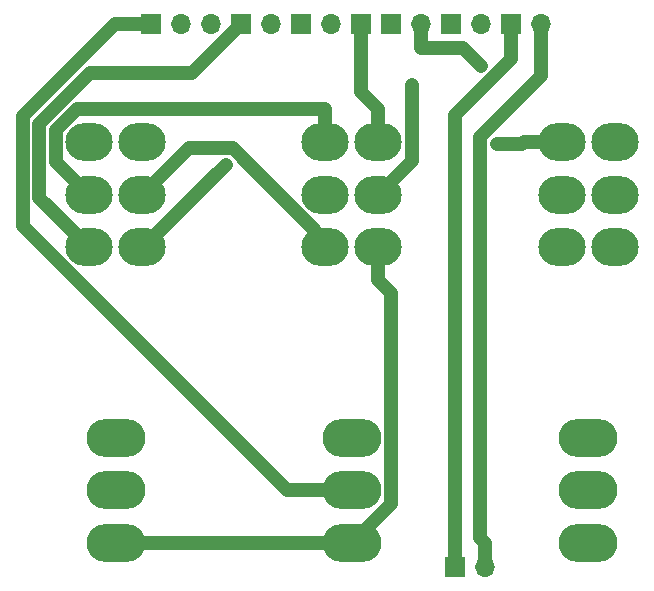
<source format=gtl>
G04 #@! TF.GenerationSoftware,KiCad,Pcbnew,5.1.10*
G04 #@! TF.CreationDate,2021-05-19T15:42:40-05:00*
G04 #@! TF.ProjectId,Power Board,506f7765-7220-4426-9f61-72642e6b6963,rev?*
G04 #@! TF.SameCoordinates,Original*
G04 #@! TF.FileFunction,Copper,L1,Top*
G04 #@! TF.FilePolarity,Positive*
%FSLAX46Y46*%
G04 Gerber Fmt 4.6, Leading zero omitted, Abs format (unit mm)*
G04 Created by KiCad (PCBNEW 5.1.10) date 2021-05-19 15:42:40*
%MOMM*%
%LPD*%
G01*
G04 APERTURE LIST*
G04 #@! TA.AperFunction,ComponentPad*
%ADD10O,4.000000X3.200000*%
G04 #@! TD*
G04 #@! TA.AperFunction,ComponentPad*
%ADD11O,5.000000X3.200000*%
G04 #@! TD*
G04 #@! TA.AperFunction,ComponentPad*
%ADD12O,1.700000X1.700000*%
G04 #@! TD*
G04 #@! TA.AperFunction,ComponentPad*
%ADD13R,1.700000X1.700000*%
G04 #@! TD*
G04 #@! TA.AperFunction,ViaPad*
%ADD14C,0.800000*%
G04 #@! TD*
G04 #@! TA.AperFunction,Conductor*
%ADD15C,1.200000*%
G04 #@! TD*
G04 APERTURE END LIST*
D10*
X45250000Y-136050000D03*
X45250000Y-140500000D03*
X45250000Y-144950000D03*
X49750000Y-140500000D03*
X49750000Y-144950000D03*
X49750000Y-136050000D03*
X69750000Y-144950000D03*
X69750000Y-140500000D03*
X69750000Y-136050000D03*
X65250000Y-140500000D03*
X65250000Y-136050000D03*
X65250000Y-144950000D03*
D11*
X67500000Y-169950000D03*
X67500000Y-165500000D03*
X67500000Y-161050000D03*
X47500000Y-169950000D03*
X47500000Y-165500000D03*
X47500000Y-161050000D03*
D12*
X55580000Y-126000000D03*
X53040000Y-126000000D03*
D13*
X50500000Y-126000000D03*
D12*
X65740000Y-126000000D03*
D13*
X63200000Y-126000000D03*
D12*
X73360000Y-126000000D03*
D13*
X70820000Y-126000000D03*
D11*
X87500000Y-169950000D03*
X87500000Y-165500000D03*
X87500000Y-161050000D03*
D10*
X89750000Y-144950000D03*
X89750000Y-140500000D03*
X89750000Y-136050000D03*
X85250000Y-140500000D03*
X85250000Y-136050000D03*
X85250000Y-144950000D03*
D12*
X83520000Y-126000000D03*
D13*
X80980000Y-126000000D03*
D12*
X78440000Y-126000000D03*
D13*
X75900000Y-126000000D03*
X68280000Y-126000000D03*
D12*
X60660000Y-126000000D03*
D13*
X58120000Y-126000000D03*
D12*
X78790000Y-172000000D03*
D13*
X76250000Y-172000000D03*
D14*
X56830100Y-137957700D03*
X72571700Y-131219200D03*
X78440000Y-129555100D03*
X79756300Y-136207600D03*
D15*
X49837800Y-144950000D02*
X49750000Y-144950000D01*
X56830100Y-137957700D02*
X49837800Y-144950000D01*
X41031900Y-140731900D02*
X45250000Y-144950000D01*
X53947300Y-130172700D02*
X45321000Y-130172700D01*
X41031900Y-134461800D02*
X41031900Y-140731900D01*
X58120000Y-126000000D02*
X53947300Y-130172700D01*
X45321000Y-130172700D02*
X41031900Y-134461800D01*
X68280000Y-131780000D02*
X69750000Y-133250000D01*
X68280000Y-126000000D02*
X68280000Y-131780000D01*
X69750000Y-136050000D02*
X69750000Y-133250000D01*
X72571700Y-137678300D02*
X69750000Y-140500000D01*
X72571700Y-131219200D02*
X72571700Y-137678300D01*
X73360000Y-128050000D02*
X76934900Y-128050000D01*
X76934900Y-128050000D02*
X78440000Y-129555100D01*
X73360000Y-126000000D02*
X73360000Y-128050000D01*
X47459800Y-126000000D02*
X39626300Y-133833500D01*
X50500000Y-126000000D02*
X48450000Y-126000000D01*
X39626300Y-133833500D02*
X39626300Y-143129100D01*
X48450000Y-126000000D02*
X47459800Y-126000000D01*
X61997200Y-165500000D02*
X67500000Y-165500000D01*
X39626300Y-143129100D02*
X61997200Y-165500000D01*
X78790000Y-172000000D02*
X78790000Y-169950000D01*
X78356000Y-169516000D02*
X78790000Y-169950000D01*
X83520000Y-130463600D02*
X78356000Y-135627600D01*
X78356000Y-135627600D02*
X78356000Y-169516000D01*
X83520000Y-126000000D02*
X83520000Y-130463600D01*
X80980000Y-128995500D02*
X80980000Y-128050000D01*
X76250000Y-172000000D02*
X76250000Y-133725500D01*
X80980000Y-126000000D02*
X80980000Y-128050000D01*
X76250000Y-133725500D02*
X80980000Y-128995500D01*
X65250000Y-136050000D02*
X65250000Y-133250000D01*
X44224200Y-133250000D02*
X65250000Y-133250000D01*
X85250000Y-136050000D02*
X82050000Y-136050000D01*
X45250000Y-140500000D02*
X42439500Y-137689500D01*
X81892400Y-136207600D02*
X82050000Y-136050000D01*
X42439500Y-135034700D02*
X44224200Y-133250000D01*
X42439500Y-137689500D02*
X42439500Y-135034700D01*
X79756300Y-136207600D02*
X81892400Y-136207600D01*
X65250000Y-144950000D02*
X65250000Y-144397200D01*
X65250000Y-144397200D02*
X57410200Y-136557400D01*
X57410200Y-136557400D02*
X53692600Y-136557400D01*
X53692600Y-136557400D02*
X49750000Y-140500000D01*
X47500000Y-169950000D02*
X51200000Y-169950000D01*
X69750000Y-144950000D02*
X69750000Y-147750000D01*
X70809900Y-166640100D02*
X67500000Y-169950000D01*
X70809900Y-148809900D02*
X70809900Y-166640100D01*
X67500000Y-169950000D02*
X51200000Y-169950000D01*
X69750000Y-147750000D02*
X70809900Y-148809900D01*
M02*

</source>
